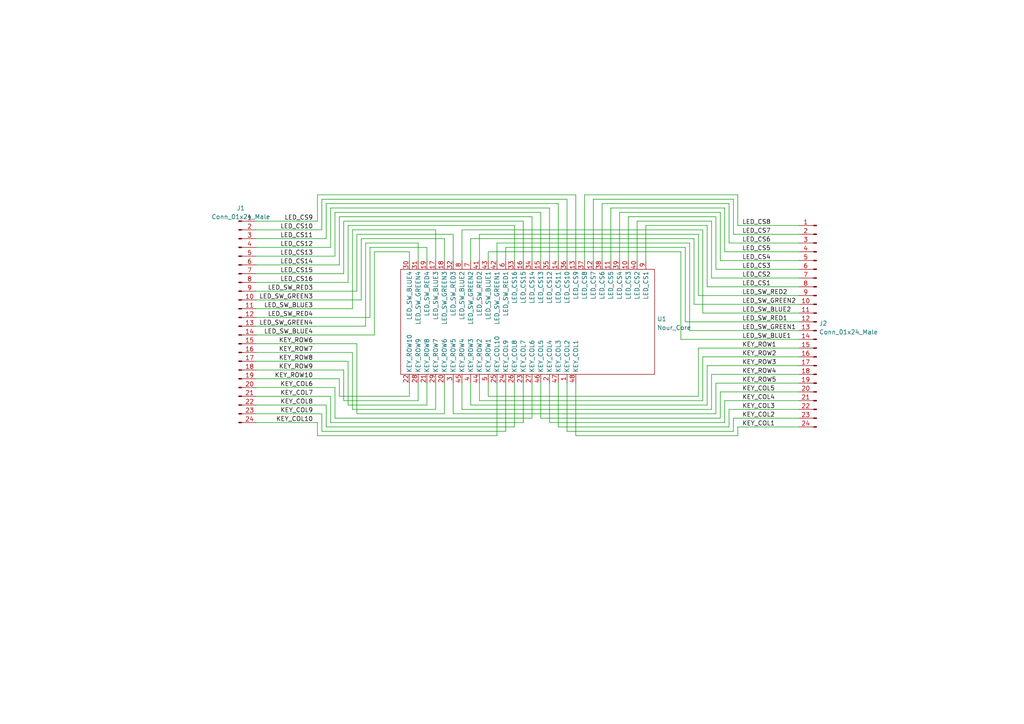
<source format=kicad_sch>
(kicad_sch (version 20211123) (generator eeschema)
  (paper "A4")
  (lib_symbols
    (symbol "Connector:Conn_01x24_Male" (pin_names (offset 1.016) hide)
      (property "Reference" "J" (at 0 30.48 0))
      (property "Value" "Conn_01x24_Male" (at 0 -33.02 0))
      (symbol "Conn_01x24_Male_1_1"
        (polyline (pts (xy 1.27 -30.48) (xy 0.8636 -30.48)) (stroke (width 0.1524)))
        (polyline (pts (xy 1.27 -27.94) (xy 0.8636 -27.94)) (stroke (width 0.1524)))
        (polyline (pts (xy 1.27 -25.4) (xy 0.8636 -25.4)) (stroke (width 0.1524)))
        (polyline (pts (xy 1.27 -22.86) (xy 0.8636 -22.86)) (stroke (width 0.1524)))
        (polyline (pts (xy 1.27 -20.32) (xy 0.8636 -20.32)) (stroke (width 0.1524)))
        (polyline (pts (xy 1.27 -17.78) (xy 0.8636 -17.78)) (stroke (width 0.1524)))
        (polyline (pts (xy 1.27 -15.24) (xy 0.8636 -15.24)) (stroke (width 0.1524)))
        (polyline (pts (xy 1.27 -12.7) (xy 0.8636 -12.7)) (stroke (width 0.1524)))
        (polyline (pts (xy 1.27 -10.16) (xy 0.8636 -10.16)) (stroke (width 0.1524)))
        (polyline (pts (xy 1.27 -7.62) (xy 0.8636 -7.62)) (stroke (width 0.1524)))
        (polyline (pts (xy 1.27 -5.08) (xy 0.8636 -5.08)) (stroke (width 0.1524)))
        (polyline (pts (xy 1.27 -2.54) (xy 0.8636 -2.54)) (stroke (width 0.1524)))
        (polyline (pts (xy 1.27 0) (xy 0.8636 0)) (stroke (width 0.1524)))
        (polyline (pts (xy 1.27 2.54) (xy 0.8636 2.54)) (stroke (width 0.1524)))
        (polyline (pts (xy 1.27 5.08) (xy 0.8636 5.08)) (stroke (width 0.1524)))
        (polyline (pts (xy 1.27 7.62) (xy 0.8636 7.62)) (stroke (width 0.1524)))
        (polyline (pts (xy 1.27 10.16) (xy 0.8636 10.16)) (stroke (width 0.1524)))
        (polyline (pts (xy 1.27 12.7) (xy 0.8636 12.7)) (stroke (width 0.1524)))
        (polyline (pts (xy 1.27 15.24) (xy 0.8636 15.24)) (stroke (width 0.1524)))
        (polyline (pts (xy 1.27 17.78) (xy 0.8636 17.78)) (stroke (width 0.1524)))
        (polyline (pts (xy 1.27 20.32) (xy 0.8636 20.32)) (stroke (width 0.1524)))
        (polyline (pts (xy 1.27 22.86) (xy 0.8636 22.86)) (stroke (width 0.1524)))
        (polyline (pts (xy 1.27 25.4) (xy 0.8636 25.4)) (stroke (width 0.1524)))
        (polyline (pts (xy 1.27 27.94) (xy 0.8636 27.94)) (stroke (width 0.1524)))
        (rectangle (start 0.8636 -30.353) (end 0 -30.607) (stroke (width 0.1524)) (fill (type outline)))
        (rectangle (start 0.8636 -27.813) (end 0 -28.067) (stroke (width 0.1524)) (fill (type outline)))
        (rectangle (start 0.8636 -25.273) (end 0 -25.527) (stroke (width 0.1524)) (fill (type outline)))
        (rectangle (start 0.8636 -22.733) (end 0 -22.987) (stroke (width 0.1524)) (fill (type outline)))
        (rectangle (start 0.8636 -20.193) (end 0 -20.447) (stroke (width 0.1524)) (fill (type outline)))
        (rectangle (start 0.8636 -17.653) (end 0 -17.907) (stroke (width 0.1524)) (fill (type outline)))
        (rectangle (start 0.8636 -15.113) (end 0 -15.367) (stroke (width 0.1524)) (fill (type outline)))
        (rectangle (start 0.8636 -12.573) (end 0 -12.827) (stroke (width 0.1524)) (fill (type outline)))
        (rectangle (start 0.8636 -10.033) (end 0 -10.287) (stroke (width 0.1524)) (fill (type outline)))
        (rectangle (start 0.8636 -7.493) (end 0 -7.747) (stroke (width 0.1524)) (fill (type outline)))
        (rectangle (start 0.8636 -4.953) (end 0 -5.207) (stroke (width 0.1524)) (fill (type outline)))
        (rectangle (start 0.8636 -2.413) (end 0 -2.667) (stroke (width 0.1524)) (fill (type outline)))
        (rectangle (start 0.8636 0.127) (end 0 -0.127) (stroke (width 0.1524)) (fill (type outline)))
        (rectangle (start 0.8636 2.667) (end 0 2.413) (stroke (width 0.1524)) (fill (type outline)))
        (rectangle (start 0.8636 5.207) (end 0 4.953) (stroke (width 0.1524)) (fill (type outline)))
        (rectangle (start 0.8636 7.747) (end 0 7.493) (stroke (width 0.1524)) (fill (type outline)))
        (rectangle (start 0.8636 10.287) (end 0 10.033) (stroke (width 0.1524)) (fill (type outline)))
        (rectangle (start 0.8636 12.827) (end 0 12.573) (stroke (width 0.1524)) (fill (type outline)))
        (rectangle (start 0.8636 15.367) (end 0 15.113) (stroke (width 0.1524)) (fill (type outline)))
        (rectangle (start 0.8636 17.907) (end 0 17.653) (stroke (width 0.1524)) (fill (type outline)))
        (rectangle (start 0.8636 20.447) (end 0 20.193) (stroke (width 0.1524)) (fill (type outline)))
        (rectangle (start 0.8636 22.987) (end 0 22.733) (stroke (width 0.1524)) (fill (type outline)))
        (rectangle (start 0.8636 25.527) (end 0 25.273) (stroke (width 0.1524)) (fill (type outline)))
        (rectangle (start 0.8636 28.067) (end 0 27.813) (stroke (width 0.1524)) (fill (type outline)))
        (pin passive line (at 5.08 27.94 180) (length 3.81) (name "Pin_1") (number "1"))
        (pin passive line (at 5.08 5.08 180) (length 3.81) (name "Pin_10") (number "10"))
        (pin passive line (at 5.08 2.54 180) (length 3.81) (name "Pin_11") (number "11"))
        (pin passive line (at 5.08 0 180) (length 3.81) (name "Pin_12") (number "12"))
        (pin passive line (at 5.08 -2.54 180) (length 3.81) (name "Pin_13") (number "13"))
        (pin passive line (at 5.08 -5.08 180) (length 3.81) (name "Pin_14") (number "14"))
        (pin passive line (at 5.08 -7.62 180) (length 3.81) (name "Pin_15") (number "15"))
        (pin passive line (at 5.08 -10.16 180) (length 3.81) (name "Pin_16") (number "16"))
        (pin passive line (at 5.08 -12.7 180) (length 3.81) (name "Pin_17") (number "17"))
        (pin passive line (at 5.08 -15.24 180) (length 3.81) (name "Pin_18") (number "18"))
        (pin passive line (at 5.08 -17.78 180) (length 3.81) (name "Pin_19") (number "19"))
        (pin passive line (at 5.08 25.4 180) (length 3.81) (name "Pin_2") (number "2"))
        (pin passive line (at 5.08 -20.32 180) (length 3.81) (name "Pin_20") (number "20"))
        (pin passive line (at 5.08 -22.86 180) (length 3.81) (name "Pin_21") (number "21"))
        (pin passive line (at 5.08 -25.4 180) (length 3.81) (name "Pin_22") (number "22"))
        (pin passive line (at 5.08 -27.94 180) (length 3.81) (name "Pin_23") (number "23"))
        (pin passive line (at 5.08 -30.48 180) (length 3.81) (name "Pin_24") (number "24"))
        (pin passive line (at 5.08 22.86 180) (length 3.81) (name "Pin_3") (number "3"))
        (pin passive line (at 5.08 20.32 180) (length 3.81) (name "Pin_4") (number "4"))
        (pin passive line (at 5.08 17.78 180) (length 3.81) (name "Pin_5") (number "5"))
        (pin passive line (at 5.08 15.24 180) (length 3.81) (name "Pin_6") (number "6"))
        (pin passive line (at 5.08 12.7 180) (length 3.81) (name "Pin_7") (number "7"))
        (pin passive line (at 5.08 10.16 180) (length 3.81) (name "Pin_8") (number "8"))
        (pin passive line (at 5.08 7.62 180) (length 3.81) (name "Pin_9") (number "9"))
      )
    )
    (symbol "Nour_KB:Nour_Core" (in_bom no)
      (property "Reference" "U" (at 0 0 0))
      (property "Value" "Nour_Core" (at 0 -2.54 0))
      (symbol "Nour_Core_0_1"
        (rectangle (start -36.83 15.24) (end 36.83 -15.24) (stroke (width 0.1524)))
      )
      (symbol "Nour_Core_1_1"
        (pin passive line (at 11.43 -17.78 90) (length 2.54) (name "KEY_COL2") (number "1"))
        (pin passive line (at 29.21 17.78 270) (length 2.54) (name "LED_CS3") (number "10"))
        (pin passive line (at 24.13 17.78 270) (length 2.54) (name "LED_CS5") (number "11"))
        (pin passive line (at 19.05 17.78 270) (length 2.54) (name "LED_CS7") (number "12"))
        (pin passive line (at 13.97 17.78 270) (length 2.54) (name "LED_CS9") (number "13"))
        (pin passive line (at 8.89 17.78 270) (length 2.54) (name "LED_CS11") (number "14"))
        (pin passive line (at 3.81 17.78 270) (length 2.54) (name "LED_CS13") (number "15"))
        (pin passive line (at -1.27 17.78 270) (length 2.54) (name "LED_CS15") (number "16"))
        (pin passive line (at -26.67 17.78 270) (length 2.54) (name "LED_SW_BLUE3") (number "17"))
        (pin passive line (at -24.13 17.78 270) (length 2.54) (name "LED_SW_GREEN3") (number "18"))
        (pin passive line (at -29.21 17.78 270) (length 2.54) (name "LED_SW_RED4") (number "19"))
        (pin passive line (at 6.35 -17.78 90) (length 2.54) (name "KEY_COL4") (number "2"))
        (pin passive line (at -24.13 -17.78 90) (length 2.54) (name "KEY_ROW6") (number "20"))
        (pin passive line (at -29.21 -17.78 90) (length 2.54) (name "KEY_ROW8") (number "21"))
        (pin passive line (at -34.29 -17.78 90) (length 2.54) (name "KEY_ROW10") (number "22"))
        (pin passive line (at -1.27 -17.78 90) (length 2.54) (name "KEY_COL7") (number "23"))
        (pin passive line (at -6.35 -17.78 90) (length 2.54) (name "KEY_COL9") (number "24"))
        (pin passive line (at -8.89 -17.78 90) (length 2.54) (name "KEY_COL10") (number "25"))
        (pin passive line (at -3.81 -17.78 90) (length 2.54) (name "KEY_COL8") (number "26"))
        (pin passive line (at 1.27 -17.78 90) (length 2.54) (name "KEY_COL6") (number "27"))
        (pin passive line (at -31.75 -17.78 90) (length 2.54) (name "KEY_ROW9") (number "28"))
        (pin passive line (at -26.67 -17.78 90) (length 2.54) (name "KEY_ROW7") (number "29"))
        (pin passive line (at -21.59 -17.78 90) (length 2.54) (name "KEY_ROW5") (number "3"))
        (pin passive line (at -34.29 17.78 270) (length 2.54) (name "LED_SW_BLUE4") (number "30"))
        (pin passive line (at -31.75 17.78 270) (length 2.54) (name "LED_SW_GREEN4") (number "31"))
        (pin passive line (at -21.59 17.78 270) (length 2.54) (name "LED_SW_RED3") (number "32"))
        (pin passive line (at -3.81 17.78 270) (length 2.54) (name "LED_CS16") (number "33"))
        (pin passive line (at 1.27 17.78 270) (length 2.54) (name "LED_CS14") (number "34"))
        (pin passive line (at 6.35 17.78 270) (length 2.54) (name "LED_CS12") (number "35"))
        (pin passive line (at 11.43 17.78 270) (length 2.54) (name "LED_CS10") (number "36"))
        (pin passive line (at 16.51 17.78 270) (length 2.54) (name "LED_CS8") (number "37"))
        (pin passive line (at 21.59 17.78 270) (length 2.54) (name "LED_CS6") (number "38"))
        (pin passive line (at 26.67 17.78 270) (length 2.54) (name "LED_CS4") (number "39"))
        (pin passive line (at -16.51 -17.78 90) (length 2.54) (name "KEY_ROW3") (number "4"))
        (pin passive line (at 31.75 17.78 270) (length 2.54) (name "LED_CS2") (number "40"))
        (pin passive line (at -13.97 17.78 270) (length 2.54) (name "LED_SW_RED2") (number "41"))
        (pin passive line (at -8.89 17.78 270) (length 2.54) (name "LED_SW_GREEN1") (number "42"))
        (pin passive line (at -11.43 17.78 270) (length 2.54) (name "LED_SW_BLUE1") (number "43"))
        (pin passive line (at -13.97 -17.78 90) (length 2.54) (name "KEY_ROW2") (number "44"))
        (pin passive line (at -19.05 -17.78 90) (length 2.54) (name "KEY_ROW4") (number "45"))
        (pin passive line (at 3.81 -17.78 90) (length 2.54) (name "KEY_COL5") (number "46"))
        (pin passive line (at 8.89 -17.78 90) (length 2.54) (name "KEY_COL3") (number "47"))
        (pin passive line (at 13.97 -17.78 90) (length 2.54) (name "KEY_COL1") (number "48"))
        (pin passive line (at -11.43 -17.78 90) (length 2.54) (name "KEY_ROW1") (number "5"))
        (pin passive line (at -6.35 17.78 270) (length 2.54) (name "LED_SW_RED1") (number "6"))
        (pin passive line (at -16.51 17.78 270) (length 2.54) (name "LED_SW_GREEN2") (number "7"))
        (pin passive line (at -19.05 17.78 270) (length 2.54) (name "LED_SW_BLUE2") (number "8"))
        (pin passive line (at 34.29 17.78 270) (length 2.54) (name "LED_CS1") (number "9"))
      )
    )
  )
  (wire (pts (xy 98.425 114.935) (xy 98.425 109.855)))
  (wire (pts (xy 74.295 112.395) (xy 97.155 112.395)))
  (wire (pts (xy 167.005 75.565) (xy 167.005 56.515)))
  (wire (pts (xy 74.295 84.455) (xy 103.505 84.455)))
  (wire (pts (xy 212.725 121.285) (xy 231.775 121.285)))
  (wire (pts (xy 131.445 111.125) (xy 131.445 120.015)))
  (wire (pts (xy 121.285 111.125) (xy 121.285 116.205)))
  (wire (pts (xy 206.375 108.585) (xy 231.775 108.585)))
  (wire (pts (xy 167.005 56.515) (xy 92.075 56.515)))
  (wire (pts (xy 123.825 111.125) (xy 123.825 117.475)))
  (wire (pts (xy 74.295 117.475) (xy 94.615 117.475)))
  (wire (pts (xy 103.505 67.945) (xy 103.505 84.455)))
  (wire (pts (xy 167.005 111.125) (xy 167.005 126.365)))
  (wire (pts (xy 139.065 111.125) (xy 139.065 116.205)))
  (wire (pts (xy 154.305 75.565) (xy 154.305 62.865)))
  (wire (pts (xy 118.745 111.125) (xy 118.745 114.935)))
  (wire (pts (xy 102.235 66.675) (xy 102.235 89.535)))
  (wire (pts (xy 164.465 111.125) (xy 164.465 125.095)))
  (wire (pts (xy 92.075 126.365) (xy 92.075 122.555)))
  (wire (pts (xy 213.995 126.365) (xy 213.995 123.825)))
  (wire (pts (xy 184.785 64.135) (xy 184.785 75.565)))
  (wire (pts (xy 202.565 100.965) (xy 231.775 100.965)))
  (wire (pts (xy 141.605 111.125) (xy 141.605 114.935)))
  (wire (pts (xy 167.005 126.365) (xy 213.995 126.365)))
  (wire (pts (xy 213.995 56.515) (xy 213.995 65.405)))
  (wire (pts (xy 179.705 61.595) (xy 179.705 75.565)))
  (wire (pts (xy 123.825 117.475) (xy 100.965 117.475)))
  (wire (pts (xy 74.295 69.215) (xy 94.615 69.215)))
  (wire (pts (xy 211.455 118.745) (xy 231.775 118.745)))
  (wire (pts (xy 159.385 75.565) (xy 159.385 60.325)))
  (wire (pts (xy 211.455 59.055) (xy 174.625 59.055)))
  (wire (pts (xy 74.295 97.155) (xy 108.585 97.155)))
  (wire (pts (xy 187.325 65.405) (xy 187.325 75.565)))
  (wire (pts (xy 108.585 73.025) (xy 118.745 73.025)))
  (wire (pts (xy 202.565 114.935) (xy 202.565 100.965)))
  (wire (pts (xy 94.615 123.825) (xy 94.615 117.475)))
  (wire (pts (xy 126.365 118.745) (xy 102.235 118.745)))
  (wire (pts (xy 74.295 120.015) (xy 93.345 120.015)))
  (wire (pts (xy 151.765 111.125) (xy 151.765 122.555)))
  (wire (pts (xy 144.145 111.125) (xy 144.145 126.365)))
  (wire (pts (xy 161.925 111.125) (xy 161.925 123.825)))
  (wire (pts (xy 95.885 122.555) (xy 95.885 114.935)))
  (wire (pts (xy 211.455 123.825) (xy 211.455 118.745)))
  (wire (pts (xy 197.485 73.025) (xy 197.485 98.425)))
  (wire (pts (xy 74.295 74.295) (xy 97.155 74.295)))
  (wire (pts (xy 146.685 125.095) (xy 93.345 125.095)))
  (wire (pts (xy 177.165 60.325) (xy 177.165 75.565)))
  (wire (pts (xy 206.375 64.135) (xy 206.375 80.645)))
  (wire (pts (xy 74.295 104.775) (xy 100.965 104.775)))
  (wire (pts (xy 144.145 75.565) (xy 144.145 70.485)))
  (wire (pts (xy 206.375 118.745) (xy 206.375 108.585)))
  (wire (pts (xy 133.985 118.745) (xy 206.375 118.745)))
  (wire (pts (xy 107.315 71.755) (xy 107.315 92.075)))
  (wire (pts (xy 126.365 75.565) (xy 126.365 66.675)))
  (wire (pts (xy 207.645 78.105) (xy 231.775 78.105)))
  (wire (pts (xy 164.465 125.095) (xy 212.725 125.095)))
  (wire (pts (xy 151.765 75.565) (xy 151.765 64.135)))
  (wire (pts (xy 202.565 85.725) (xy 231.775 85.725)))
  (wire (pts (xy 172.085 57.785) (xy 172.085 75.565)))
  (wire (pts (xy 156.845 111.125) (xy 156.845 121.285)))
  (wire (pts (xy 104.775 69.215) (xy 104.775 86.995)))
  (wire (pts (xy 200.025 70.485) (xy 200.025 95.885)))
  (wire (pts (xy 156.845 121.285) (xy 208.915 121.285)))
  (wire (pts (xy 95.885 60.325) (xy 95.885 71.755)))
  (wire (pts (xy 136.525 117.475) (xy 205.105 117.475)))
  (wire (pts (xy 100.965 65.405) (xy 100.965 81.915)))
  (wire (pts (xy 208.915 61.595) (xy 179.705 61.595)))
  (wire (pts (xy 206.375 80.645) (xy 231.775 80.645)))
  (wire (pts (xy 126.365 111.125) (xy 126.365 118.745)))
  (wire (pts (xy 169.545 56.515) (xy 169.545 75.565)))
  (wire (pts (xy 74.295 71.755) (xy 95.885 71.755)))
  (wire (pts (xy 98.425 62.865) (xy 154.305 62.865)))
  (wire (pts (xy 136.525 69.215) (xy 201.295 69.215)))
  (wire (pts (xy 141.605 75.565) (xy 141.605 73.025)))
  (wire (pts (xy 198.755 93.345) (xy 231.775 93.345)))
  (wire (pts (xy 128.905 120.015) (xy 103.505 120.015)))
  (wire (pts (xy 208.915 113.665) (xy 231.775 113.665)))
  (wire (pts (xy 74.295 89.535) (xy 102.235 89.535)))
  (wire (pts (xy 212.725 67.945) (xy 231.775 67.945)))
  (wire (pts (xy 159.385 111.125) (xy 159.385 122.555)))
  (wire (pts (xy 102.235 118.745) (xy 102.235 102.235)))
  (wire (pts (xy 149.225 111.125) (xy 149.225 123.825)))
  (wire (pts (xy 74.295 66.675) (xy 93.345 66.675)))
  (wire (pts (xy 139.065 67.945) (xy 202.565 67.945)))
  (wire (pts (xy 74.295 79.375) (xy 99.695 79.375)))
  (wire (pts (xy 203.835 90.805) (xy 231.775 90.805)))
  (wire (pts (xy 154.305 111.125) (xy 154.305 121.285)))
  (wire (pts (xy 97.155 61.595) (xy 156.845 61.595)))
  (wire (pts (xy 154.305 121.285) (xy 97.155 121.285)))
  (wire (pts (xy 159.385 122.555) (xy 210.185 122.555)))
  (wire (pts (xy 74.295 99.695) (xy 103.505 99.695)))
  (wire (pts (xy 133.985 75.565) (xy 133.985 66.675)))
  (wire (pts (xy 104.775 69.215) (xy 128.905 69.215)))
  (wire (pts (xy 136.525 111.125) (xy 136.525 117.475)))
  (wire (pts (xy 205.105 106.045) (xy 231.775 106.045)))
  (wire (pts (xy 99.695 116.205) (xy 99.695 107.315)))
  (wire (pts (xy 106.045 70.485) (xy 106.045 94.615)))
  (wire (pts (xy 133.985 111.125) (xy 133.985 118.745)))
  (wire (pts (xy 201.295 69.215) (xy 201.295 88.265)))
  (wire (pts (xy 108.585 73.025) (xy 108.585 97.155)))
  (wire (pts (xy 197.485 98.425) (xy 231.775 98.425)))
  (wire (pts (xy 94.615 59.055) (xy 94.615 69.215)))
  (wire (pts (xy 133.985 66.675) (xy 203.835 66.675)))
  (wire (pts (xy 174.625 59.055) (xy 174.625 75.565)))
  (wire (pts (xy 74.295 86.995) (xy 104.775 86.995)))
  (wire (pts (xy 123.825 75.565) (xy 123.825 71.755)))
  (wire (pts (xy 151.765 122.555) (xy 95.885 122.555)))
  (wire (pts (xy 121.285 75.565) (xy 121.285 70.485)))
  (wire (pts (xy 97.155 121.285) (xy 97.155 112.395)))
  (wire (pts (xy 141.605 73.025) (xy 197.485 73.025)))
  (wire (pts (xy 146.685 111.125) (xy 146.685 125.095)))
  (wire (pts (xy 207.645 111.125) (xy 231.775 111.125)))
  (wire (pts (xy 205.105 83.185) (xy 231.775 83.185)))
  (wire (pts (xy 74.295 92.075) (xy 107.315 92.075)))
  (wire (pts (xy 207.645 62.865) (xy 182.245 62.865)))
  (wire (pts (xy 74.295 107.315) (xy 99.695 107.315)))
  (wire (pts (xy 144.145 126.365) (xy 92.075 126.365)))
  (wire (pts (xy 212.725 125.095) (xy 212.725 121.285)))
  (wire (pts (xy 131.445 120.015) (xy 207.645 120.015)))
  (wire (pts (xy 139.065 116.205) (xy 203.835 116.205)))
  (wire (pts (xy 210.185 60.325) (xy 210.185 73.025)))
  (wire (pts (xy 74.295 102.235) (xy 102.235 102.235)))
  (wire (pts (xy 210.185 116.205) (xy 231.775 116.205)))
  (wire (pts (xy 146.685 75.565) (xy 146.685 71.755)))
  (wire (pts (xy 161.925 59.055) (xy 94.615 59.055)))
  (wire (pts (xy 212.725 57.785) (xy 172.085 57.785)))
  (wire (pts (xy 213.995 56.515) (xy 169.545 56.515)))
  (wire (pts (xy 144.145 70.485) (xy 200.025 70.485)))
  (wire (pts (xy 93.345 57.785) (xy 93.345 66.675)))
  (wire (pts (xy 210.185 60.325) (xy 177.165 60.325)))
  (wire (pts (xy 118.745 114.935) (xy 98.425 114.935)))
  (wire (pts (xy 141.605 114.935) (xy 202.565 114.935)))
  (wire (pts (xy 213.995 123.825) (xy 231.775 123.825)))
  (wire (pts (xy 210.185 122.555) (xy 210.185 116.205)))
  (wire (pts (xy 211.455 70.485) (xy 231.775 70.485)))
  (wire (pts (xy 100.965 65.405) (xy 149.225 65.405)))
  (wire (pts (xy 208.915 61.595) (xy 208.915 75.565)))
  (wire (pts (xy 164.465 75.565) (xy 164.465 57.785)))
  (wire (pts (xy 210.185 73.025) (xy 231.775 73.025)))
  (wire (pts (xy 99.695 64.135) (xy 99.695 79.375)))
  (wire (pts (xy 74.295 122.555) (xy 92.075 122.555)))
  (wire (pts (xy 213.995 65.405) (xy 231.775 65.405)))
  (wire (pts (xy 74.295 64.135) (xy 92.075 64.135)))
  (wire (pts (xy 92.075 56.515) (xy 92.075 64.135)))
  (wire (pts (xy 203.835 116.205) (xy 203.835 103.505)))
  (wire (pts (xy 107.315 71.755) (xy 123.825 71.755)))
  (wire (pts (xy 74.295 94.615) (xy 106.045 94.615)))
  (wire (pts (xy 208.915 75.565) (xy 231.775 75.565)))
  (wire (pts (xy 136.525 75.565) (xy 136.525 69.215)))
  (wire (pts (xy 98.425 62.865) (xy 98.425 76.835)))
  (wire (pts (xy 203.835 103.505) (xy 231.775 103.505)))
  (wire (pts (xy 74.295 109.855) (xy 98.425 109.855)))
  (wire (pts (xy 206.375 64.135) (xy 184.785 64.135)))
  (wire (pts (xy 198.755 71.755) (xy 198.755 93.345)))
  (wire (pts (xy 106.045 70.485) (xy 121.285 70.485)))
  (wire (pts (xy 131.445 75.565) (xy 131.445 67.945)))
  (wire (pts (xy 102.235 66.675) (xy 126.365 66.675)))
  (wire (pts (xy 103.505 120.015) (xy 103.505 99.695)))
  (wire (pts (xy 156.845 75.565) (xy 156.845 61.595)))
  (wire (pts (xy 103.505 67.945) (xy 131.445 67.945)))
  (wire (pts (xy 149.225 123.825) (xy 94.615 123.825)))
  (wire (pts (xy 74.295 114.935) (xy 95.885 114.935)))
  (wire (pts (xy 139.065 75.565) (xy 139.065 67.945)))
  (wire (pts (xy 211.455 59.055) (xy 211.455 70.485)))
  (wire (pts (xy 99.695 64.135) (xy 151.765 64.135)))
  (wire (pts (xy 128.905 75.565) (xy 128.905 69.215)))
  (wire (pts (xy 97.155 61.595) (xy 97.155 74.295)))
  (wire (pts (xy 161.925 75.565) (xy 161.925 59.055)))
  (wire (pts (xy 205.105 117.475) (xy 205.105 106.045)))
  (wire (pts (xy 100.965 117.475) (xy 100.965 104.775)))
  (wire (pts (xy 203.835 66.675) (xy 203.835 90.805)))
  (wire (pts (xy 146.685 71.755) (xy 198.755 71.755)))
  (wire (pts (xy 207.645 120.015) (xy 207.645 111.125)))
  (wire (pts (xy 205.105 65.405) (xy 205.105 83.185)))
  (wire (pts (xy 208.915 121.285) (xy 208.915 113.665)))
  (wire (pts (xy 182.245 62.865) (xy 182.245 75.565)))
  (wire (pts (xy 149.225 75.565) (xy 149.225 65.405)))
  (wire (pts (xy 74.295 76.835) (xy 98.425 76.835)))
  (wire (pts (xy 74.295 81.915) (xy 100.965 81.915)))
  (wire (pts (xy 201.295 88.265) (xy 231.775 88.265)))
  (wire (pts (xy 159.385 60.325) (xy 95.885 60.325)))
  (wire (pts (xy 212.725 57.785) (xy 212.725 67.945)))
  (wire (pts (xy 164.465 57.785) (xy 93.345 57.785)))
  (wire (pts (xy 161.925 123.825) (xy 211.455 123.825)))
  (wire (pts (xy 93.345 125.095) (xy 93.345 120.015)))
  (wire (pts (xy 207.645 62.865) (xy 207.645 78.105)))
  (wire (pts (xy 205.105 65.405) (xy 187.325 65.405)))
  (wire (pts (xy 121.285 116.205) (xy 99.695 116.205)))
  (wire (pts (xy 200.025 95.885) (xy 231.775 95.885)))
  (wire (pts (xy 128.905 111.125) (xy 128.905 120.015)))
  (wire (pts (xy 118.745 75.565) (xy 118.745 73.025)))
  (wire (pts (xy 202.565 67.945) (xy 202.565 85.725)))
  (label "KEY_ROW9" (at 90.805 107.315 180))
  (label "KEY_ROW6" (at 90.805 99.695 180))
  (label "LED_SW_RED1" (at 215.265 93.345 0))
  (label "LED_CS3" (at 215.265 78.105 0))
  (label "KEY_COL7" (at 90.805 114.935 180))
  (label "LED_CS1" (at 215.265 83.185 0))
  (label "LED_CS5" (at 215.265 73.025 0))
  (label "LED_CS2" (at 215.265 80.645 0))
  (label "KEY_COL8" (at 90.805 117.475 180))
  (label "LED_CS10" (at 90.805 66.675 180))
  (label "LED_SW_BLUE4" (at 90.805 97.155 180))
  (label "KEY_ROW4" (at 215.265 108.585 0))
  (label "KEY_COL9" (at 90.805 120.015 180))
  (label "LED_SW_GREEN2" (at 215.265 88.265 0))
  (label "KEY_ROW10" (at 90.805 109.855 180))
  (label "LED_CS13" (at 90.805 74.295 180))
  (label "LED_CS7" (at 215.265 67.945 0))
  (label "KEY_ROW2" (at 215.265 103.505 0))
  (label "LED_CS9" (at 90.805 64.135 180))
  (label "LED_SW_GREEN4" (at 90.805 94.615 180))
  (label "LED_CS12" (at 90.805 71.755 180))
  (label "LED_SW_BLUE1" (at 215.265 98.425 0))
  (label "LED_SW_RED2" (at 215.265 85.725 0))
  (label "LED_SW_RED3" (at 90.805 84.455 180))
  (label "KEY_ROW5" (at 215.265 111.125 0))
  (label "KEY_COL6" (at 90.805 112.395 180))
  (label "KEY_ROW3" (at 215.265 106.045 0))
  (label "LED_CS14" (at 90.805 76.835 180))
  (label "LED_SW_GREEN1" (at 215.265 95.885 0))
  (label "KEY_COL1" (at 215.265 123.825 0))
  (label "KEY_COL2" (at 215.265 121.285 0))
  (label "KEY_COL3" (at 215.265 118.745 0))
  (label "KEY_COL5" (at 215.265 113.665 0))
  (label "KEY_ROW1" (at 215.265 100.965 0))
  (label "LED_CS8" (at 215.265 65.405 0))
  (label "LED_SW_BLUE2" (at 215.265 90.805 0))
  (label "KEY_ROW7" (at 90.805 102.235 180))
  (label "LED_SW_GREEN3" (at 90.805 86.995 180))
  (label "LED_SW_BLUE3" (at 90.805 89.535 180))
  (label "LED_CS15" (at 90.805 79.375 180))
  (label "KEY_COL10" (at 90.805 122.555 180))
  (label "LED_CS6" (at 215.265 70.485 0))
  (label "KEY_ROW8" (at 90.805 104.775 180))
  (label "KEY_COL4" (at 215.265 116.205 0))
  (label "LED_CS11" (at 90.805 69.215 180))
  (label "LED_CS16" (at 90.805 81.915 180))
  (label "LED_SW_RED4" (at 90.805 92.075 180))
  (label "LED_CS4" (at 215.265 75.565 0))
  (symbol (lib_id "Nour_KB:Nour_Core") (at 153.035 93.345 0) (unit 1) (in_bom no)
    (property "Reference" "U1" (at 190.5762 92.5103 0) (effects (justify left)))
    (property "Value" "Nour_Core" (at 190.5762 95.0472 0) (effects (justify left)))
    (property "Footprint" "Nour_KB:Nour_Core" (effects hide))
  )
  (symbol (lib_id "Connector:Conn_01x24_Male") (at 236.855 93.345 0) (mirror y) (unit 1)
    (property "Reference" "J2" (at 237.5662 93.7803 0) (effects (justify right)))
    (property "Value" "Conn_01x24_Male" (at 237.5662 96.3172 0) (effects (justify right)))
    (property "Footprint" "Connector_PinHeader_2.54mm:PinHeader_1x24_P2.54mm_Vertical" (effects hide))
  )
  (symbol (lib_id "Connector:Conn_01x24_Male") (at 69.215 92.075 0) (unit 1)
    (property "Reference" "J1" (at 69.85 60.359 0))
    (property "Value" "Conn_01x24_Male" (at 69.85 62.8959 0))
    (property "Footprint" "Connector_PinHeader_2.54mm:PinHeader_1x24_P2.54mm_Vertical" (effects hide))
  )
)
</source>
